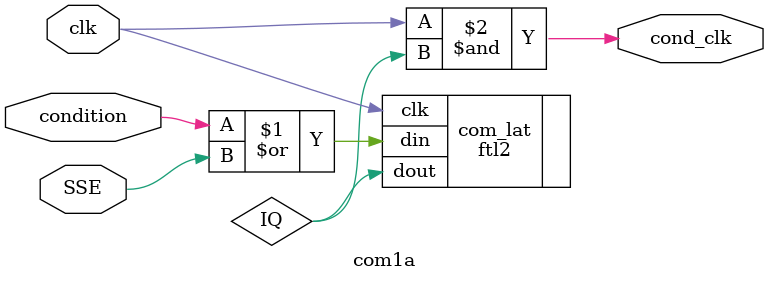
<source format=v>

`timescale 1ps/1ps


module com1a(cond_clk, clk, condition, SSE);

output  cond_clk;       // conditional (gated) clock
input   clk;            // clock
input   condition;      // condition - must be high for output clock to pulse.
                        // condition is sampled only while input clock is low.
input   SSE;            // scan shift enable


`ifdef GUTS_TEST
// ***************************************************************
// for GUTS synthesis

// TSMC clock gater
CKLNQD8BWP com_clk_gate (.Q(cond_clk), .CP(clk), .E(condition), .TE(SSE));


`else // GUTS_TEST

wire    IQ;
wire    cond_clk;

ftl2 com_lat (.dout(IQ), .clk(clk), .din(condition | SSE));

assign cond_clk = clk & IQ;

`endif  // GUTS_TEST


endmodule


</source>
